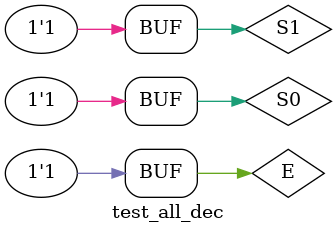
<source format=v>
module dec2_2_4_struct (E, S1, S0, O0, O1, O2, O3);
  input E, S1, S0;
  output O0, O1, O2, O3;

  not n0 (S0n, S0);
  not n1 (S1n, S1);
  and a0 (O0, S1n, S0n, E);
  and a1 (O1, S1n, S0,  E);
  and a2 (O2,  S1, S0n, E);
  and a3 (O3,  S1, S0,  E);
endmodule



module dec2_2_4_equat (E, S1, S0, O0, O1, O2, O3);
  input E, S1, S0;
  output O0, O1, O2, O3;

  assign O0 = E & ~S1 & ~S0;
  assign O1 = E & ~S1 & S0;
  assign O2 = E &  S1 & ~S0;
  assign O3 = E &  S1 & S0;
endmodule



module dec2_2_4_beh (E, S1, S0, O0, O1, O2, O3);
  input E, S1, S0;
  output O0, O1, O2, O3;
  reg O0, O1, O2, O3;

  always@(E or S1 or S0)
    if (E)
      case ({S1, S0})
        0 : {O3, O2, O1, O0} = 1;
        1 : {O3, O2, O1, O0} = 2;
        2 : {O3, O2, O1, O0} = 4;
        3 : {O3, O2, O1, O0} = 8;
      endcase 
     else {O3, O2, O1, O0} = 0;
endmodule



module test_all_dec();
  reg S1, S0, E;
  wire O0_1, O1_1, O2_1, O3_1;
  wire O0_2, O1_2, O2_2, O3_2;
  wire O0_3, O1_3, O2_3, O3_3;


dec2_2_4_struct m0 (E, S1, S0, O0_1, O1_1, O2_1, O3_1);
dec2_2_4_equat  m1 (E, S1, S0, O0_2, O1_2, O2_2, O3_2);
dec2_2_4_beh    m2 (E, S1, S0, O0_3, O1_3, O2_3, O3_3);

initial begin E=0; S1=0; S0=0; end
initial 
  begin
    #100 S0 = 1;
    #100 S1 = 1;
    #100 S0 = 0;
    #100  E = 1;
    #100 S1 = 0; 
    #100 S0 = 1;
    #100 S1 = 1;
  end
endmodule
</source>
